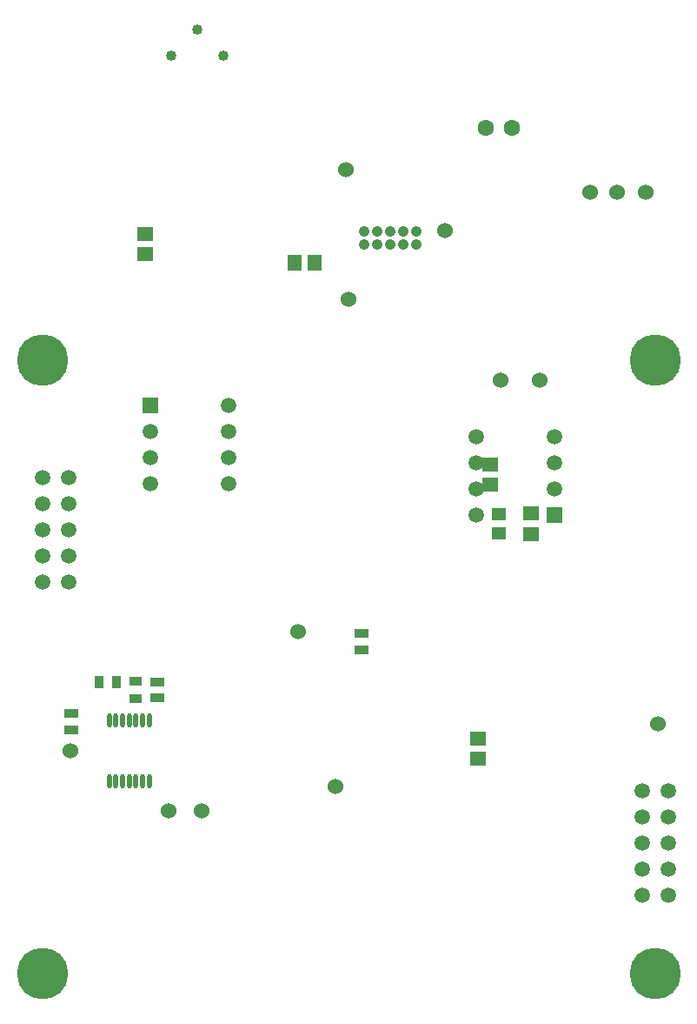
<source format=gbr>
%TF.GenerationSoftware,Altium Limited,Altium Designer,18.0.9 (584)*%
G04 Layer_Color=255*
%FSLAX26Y26*%
%MOIN*%
%TF.FileFunction,Pads,Bot*%
%TF.Part,Single*%
G01*
G75*
%TA.AperFunction,SMDPad,CuDef*%
%ADD10R,0.061024X0.053150*%
%ADD11R,0.053150X0.061024*%
%ADD12R,0.051181X0.033465*%
%ADD14R,0.057087X0.045276*%
%ADD22R,0.033465X0.051181*%
%ADD23R,0.053150X0.037402*%
%TA.AperFunction,ComponentPad*%
%ADD27C,0.060000*%
%ADD28C,0.059055*%
%ADD29C,0.062992*%
%ADD30C,0.040000*%
%ADD31R,0.059055X0.059055*%
%TA.AperFunction,ViaPad*%
%ADD32C,0.196850*%
%TA.AperFunction,ComponentPad*%
%ADD33C,0.042000*%
%TA.AperFunction,SMDPad,CuDef*%
%ADD49O,0.017716X0.055118*%
D10*
X1822110Y1052480D02*
D03*
Y973740D02*
D03*
X545110Y2906740D02*
D03*
Y2985480D02*
D03*
X2025000Y1835630D02*
D03*
Y1914370D02*
D03*
X1869134Y2024197D02*
D03*
Y2102937D02*
D03*
D11*
X1116764Y2873567D02*
D03*
X1195504D02*
D03*
D12*
X508110Y1271575D02*
D03*
Y1204646D02*
D03*
D14*
X1900000Y1839566D02*
D03*
Y1910432D02*
D03*
D22*
X433575Y1269110D02*
D03*
X366646D02*
D03*
D23*
X260110Y1085614D02*
D03*
Y1148606D02*
D03*
X1374110Y1454606D02*
D03*
Y1391614D02*
D03*
X591110Y1206614D02*
D03*
Y1269606D02*
D03*
D27*
X634913Y774110D02*
D03*
X2058338Y2423260D02*
D03*
X1908732D02*
D03*
X1315110Y3231110D02*
D03*
X1323110Y2735110D02*
D03*
X2466110Y3145110D02*
D03*
X2355110Y3145110D02*
D03*
X2250110Y3143810D02*
D03*
X1694110Y2997110D02*
D03*
X1132110Y1463110D02*
D03*
X760110Y774110D02*
D03*
X257759Y1005858D02*
D03*
X1275110Y868110D02*
D03*
X2511110Y1107110D02*
D03*
D28*
X150110Y2050110D02*
D03*
Y1950110D02*
D03*
Y1850110D02*
D03*
Y1750110D02*
D03*
Y1650110D02*
D03*
X250110Y2050110D02*
D03*
Y1950110D02*
D03*
Y1850110D02*
D03*
Y1750110D02*
D03*
Y1650110D02*
D03*
X1814134Y2209568D02*
D03*
Y2109568D02*
D03*
Y2009568D02*
D03*
Y1909568D02*
D03*
X2114134Y2209568D02*
D03*
Y2109568D02*
D03*
Y2009568D02*
D03*
X2450110Y850110D02*
D03*
Y750110D02*
D03*
Y650110D02*
D03*
Y550110D02*
D03*
Y450110D02*
D03*
X2550110Y850110D02*
D03*
Y750110D02*
D03*
Y650110D02*
D03*
Y550110D02*
D03*
Y450110D02*
D03*
X866110Y2027110D02*
D03*
Y2127110D02*
D03*
Y2227110D02*
D03*
Y2327110D02*
D03*
X566110Y2027110D02*
D03*
Y2127110D02*
D03*
Y2227110D02*
D03*
D29*
X1952110Y3390110D02*
D03*
X1852110D02*
D03*
D30*
X644110Y3669110D02*
D03*
X844110D02*
D03*
X744110Y3769110D02*
D03*
D31*
X2114134Y1909568D02*
D03*
X566110Y2327110D02*
D03*
D32*
X150110Y150110D02*
D03*
X2500110D02*
D03*
X150110Y2500110D02*
D03*
X2500110D02*
D03*
D33*
X1585110Y2995112D02*
D03*
Y2945112D02*
D03*
X1535110Y2995112D02*
D03*
Y2945112D02*
D03*
X1485110Y2995112D02*
D03*
Y2945112D02*
D03*
X1435110Y2995112D02*
D03*
Y2945112D02*
D03*
X1385110Y2995112D02*
D03*
Y2945112D02*
D03*
D49*
X406929Y1121252D02*
D03*
X432520D02*
D03*
X458110D02*
D03*
X483701D02*
D03*
X509291D02*
D03*
X534882D02*
D03*
X560473D02*
D03*
X406929Y888968D02*
D03*
X432520D02*
D03*
X458110D02*
D03*
X483701D02*
D03*
X509291D02*
D03*
X534882D02*
D03*
X560473D02*
D03*
%TF.MD5,efe54e18dff55f3c9f8f2bcafd7eef12*%
M02*

</source>
